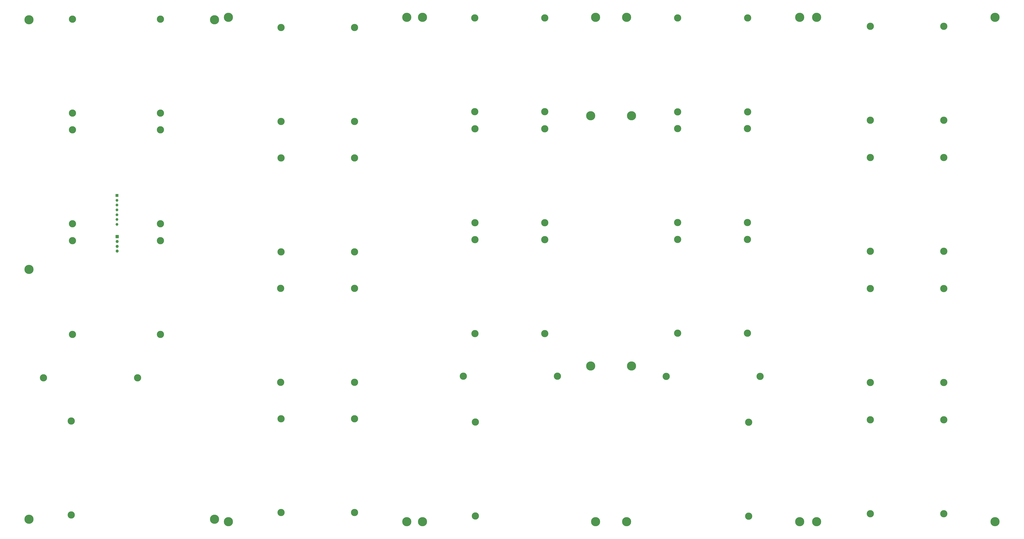
<source format=gbs>
%TF.GenerationSoftware,KiCad,Pcbnew,7.0.2-0*%
%TF.CreationDate,2024-05-08T22:34:26-07:00*%
%TF.ProjectId,FlexDeploySidePanels,466c6578-4465-4706-9c6f-795369646550,v3b*%
%TF.SameCoordinates,Original*%
%TF.FileFunction,Soldermask,Bot*%
%TF.FilePolarity,Negative*%
%FSLAX46Y46*%
G04 Gerber Fmt 4.6, Leading zero omitted, Abs format (unit mm)*
G04 Created by KiCad (PCBNEW 7.0.2-0) date 2024-05-08 22:34:26*
%MOMM*%
%LPD*%
G01*
G04 APERTURE LIST*
G04 Aperture macros list*
%AMRoundRect*
0 Rectangle with rounded corners*
0 $1 Rounding radius*
0 $2 $3 $4 $5 $6 $7 $8 $9 X,Y pos of 4 corners*
0 Add a 4 corners polygon primitive as box body*
4,1,4,$2,$3,$4,$5,$6,$7,$8,$9,$2,$3,0*
0 Add four circle primitives for the rounded corners*
1,1,$1+$1,$2,$3*
1,1,$1+$1,$4,$5*
1,1,$1+$1,$6,$7*
1,1,$1+$1,$8,$9*
0 Add four rect primitives between the rounded corners*
20,1,$1+$1,$2,$3,$4,$5,0*
20,1,$1+$1,$4,$5,$6,$7,0*
20,1,$1+$1,$6,$7,$8,$9,0*
20,1,$1+$1,$8,$9,$2,$3,0*%
G04 Aperture macros list end*
%ADD10C,3.000000*%
%ADD11R,1.150000X1.150000*%
%ADD12C,1.150000*%
%ADD13C,2.600000*%
%ADD14C,3.800000*%
%ADD15RoundRect,0.076200X-0.575000X0.575000X-0.575000X-0.575000X0.575000X-0.575000X0.575000X0.575000X0*%
%ADD16C,1.302400*%
G04 APERTURE END LIST*
D10*
%TO.C,SC1*%
X471950000Y-308454797D03*
X471950000Y-269454797D03*
%TD*%
%TO.C,SC21*%
X306400000Y-141450000D03*
X306400000Y-102450000D03*
%TD*%
%TO.C,SC38*%
X147000000Y-141999000D03*
X147000000Y-102999000D03*
%TD*%
D11*
%TO.C,J1*%
X128950000Y-176249999D03*
D12*
X128950000Y-178250000D03*
X128950000Y-180249999D03*
X128950000Y-182250000D03*
X128950000Y-184249998D03*
X128950000Y-186249999D03*
X128950000Y-188249998D03*
%TD*%
D10*
%TO.C,SC18*%
X277450000Y-194650000D03*
X277450000Y-233650000D03*
%TD*%
%TO.C,SC13*%
X390600000Y-141500000D03*
X390600000Y-102500000D03*
%TD*%
D13*
%TO.C,H18*%
X169450000Y-103250000D03*
D14*
X169450000Y-103250000D03*
%TD*%
D10*
%TO.C,SC17*%
X272650000Y-251300000D03*
X311650000Y-251300000D03*
%TD*%
%TO.C,SC11*%
X361500000Y-148500000D03*
X361500000Y-187500000D03*
%TD*%
%TO.C,SC25*%
X197000000Y-269000000D03*
X197000000Y-308000000D03*
%TD*%
D13*
%TO.C,H21*%
X92450000Y-310750000D03*
D14*
X92450000Y-310750000D03*
%TD*%
D10*
%TO.C,SC34*%
X98500000Y-252000000D03*
X137500000Y-252000000D03*
%TD*%
D13*
%TO.C,H8*%
X340400000Y-311750000D03*
D14*
X340400000Y-311750000D03*
%TD*%
D10*
%TO.C,SC20*%
X277400000Y-102450000D03*
X277400000Y-141450000D03*
%TD*%
%TO.C,SC6*%
X441450000Y-160454797D03*
X441450000Y-199454797D03*
%TD*%
%TO.C,SC10*%
X361500000Y-194500000D03*
X361500000Y-233500000D03*
%TD*%
D13*
%TO.C,H1*%
X493200000Y-311750000D03*
D14*
X493200000Y-311750000D03*
%TD*%
D10*
%TO.C,SC30*%
X227500000Y-199666666D03*
X227500000Y-160666666D03*
%TD*%
D13*
%TO.C,H9*%
X327500000Y-311750000D03*
D14*
X327500000Y-311750000D03*
%TD*%
D13*
%TO.C,H5*%
X412200000Y-311750000D03*
D14*
X412200000Y-311750000D03*
%TD*%
D13*
%TO.C,H7*%
X340400000Y-102250000D03*
D14*
X340400000Y-102250000D03*
%TD*%
D13*
%TO.C,H24*%
X342400000Y-247100000D03*
D14*
X342400000Y-247100000D03*
%TD*%
D10*
%TO.C,SC16*%
X391000000Y-309510000D03*
X391000000Y-270510000D03*
%TD*%
D13*
%TO.C,H16*%
X175200000Y-311750000D03*
D14*
X175200000Y-311750000D03*
%TD*%
D10*
%TO.C,SC9*%
X395750000Y-251460000D03*
X356750000Y-251460000D03*
%TD*%
D13*
%TO.C,H14*%
X249200000Y-102250000D03*
D14*
X249200000Y-102250000D03*
%TD*%
D10*
%TO.C,SC26*%
X196850000Y-214833332D03*
X196850000Y-253833332D03*
%TD*%
D13*
%TO.C,H6*%
X412200000Y-102250000D03*
D14*
X412200000Y-102250000D03*
%TD*%
D13*
%TO.C,H22*%
X342400000Y-143100000D03*
D14*
X342400000Y-143100000D03*
%TD*%
D13*
%TO.C,H13*%
X249200000Y-311750000D03*
D14*
X249200000Y-311750000D03*
%TD*%
D13*
%TO.C,H19*%
X92456000Y-103251000D03*
D14*
X92456000Y-103251000D03*
%TD*%
D10*
%TO.C,SC7*%
X441450000Y-214954797D03*
X441450000Y-253954797D03*
%TD*%
D13*
%TO.C,H25*%
X325500000Y-247100000D03*
D14*
X325500000Y-247100000D03*
%TD*%
D10*
%TO.C,SC14*%
X390500000Y-187500000D03*
X390500000Y-148500000D03*
%TD*%
D15*
%TO.C,J4*%
X129000000Y-193375000D03*
D16*
X129000000Y-195375000D03*
X129000000Y-197375000D03*
X129000000Y-199375000D03*
%TD*%
D13*
%TO.C,H4*%
X419220000Y-311750000D03*
D14*
X419220000Y-311750000D03*
%TD*%
D10*
%TO.C,SC37*%
X110500000Y-103000000D03*
X110500000Y-142000000D03*
%TD*%
%TO.C,SC39*%
X147000000Y-188000000D03*
X147000000Y-149000000D03*
%TD*%
%TO.C,SC35*%
X110500000Y-195000000D03*
X110500000Y-234000000D03*
%TD*%
D13*
%TO.C,H23*%
X325500000Y-143100000D03*
D14*
X325500000Y-143100000D03*
%TD*%
D10*
%TO.C,SC15*%
X390500000Y-233500000D03*
X390500000Y-194500000D03*
%TD*%
%TO.C,SC28*%
X197000000Y-106500000D03*
X197000000Y-145500000D03*
%TD*%
%TO.C,SC3*%
X471950000Y-199454797D03*
X471950000Y-160454797D03*
%TD*%
%TO.C,SC32*%
X227500000Y-308000000D03*
X227500000Y-269000000D03*
%TD*%
D13*
%TO.C,H15*%
X175200000Y-102250000D03*
D14*
X175200000Y-102250000D03*
%TD*%
D10*
%TO.C,SC31*%
X227500000Y-253833332D03*
X227500000Y-214833332D03*
%TD*%
%TO.C,SC5*%
X441450000Y-105954797D03*
X441450000Y-144954797D03*
%TD*%
D13*
%TO.C,H12*%
X255700000Y-311750000D03*
D14*
X255700000Y-311750000D03*
%TD*%
D10*
%TO.C,SC19*%
X277450000Y-148550000D03*
X277450000Y-187550000D03*
%TD*%
%TO.C,SC22*%
X306450000Y-187550000D03*
X306450000Y-148550000D03*
%TD*%
D13*
%TO.C,H17*%
X169450000Y-310769000D03*
D14*
X169450000Y-310769000D03*
%TD*%
D10*
%TO.C,SC12*%
X361500000Y-102500000D03*
X361500000Y-141500000D03*
%TD*%
D13*
%TO.C,H3*%
X419200000Y-102250000D03*
D14*
X419200000Y-102250000D03*
%TD*%
D10*
%TO.C,SC8*%
X441450000Y-269454797D03*
X441450000Y-308454797D03*
%TD*%
D13*
%TO.C,H2*%
X493200000Y-102250000D03*
D14*
X493200000Y-102250000D03*
%TD*%
D10*
%TO.C,SC33*%
X110000000Y-270000000D03*
X110000000Y-309000000D03*
%TD*%
%TO.C,SC24*%
X277600000Y-309400000D03*
X277600000Y-270400000D03*
%TD*%
%TO.C,SC4*%
X471950000Y-144954797D03*
X471950000Y-105954797D03*
%TD*%
%TO.C,SC36*%
X110500000Y-149000000D03*
X110500000Y-188000000D03*
%TD*%
D13*
%TO.C,H11*%
X255700000Y-102250000D03*
D14*
X255700000Y-102250000D03*
%TD*%
D13*
%TO.C,H10*%
X327500000Y-102250000D03*
D14*
X327500000Y-102250000D03*
%TD*%
D10*
%TO.C,SC23*%
X306450000Y-233650000D03*
X306450000Y-194650000D03*
%TD*%
%TO.C,SC2*%
X471950000Y-253954797D03*
X471950000Y-214954797D03*
%TD*%
%TO.C,SC40*%
X147000000Y-234000000D03*
X147000000Y-195000000D03*
%TD*%
%TO.C,SC27*%
X197000000Y-160666666D03*
X197000000Y-199666666D03*
%TD*%
D13*
%TO.C,H20*%
X92450000Y-207000000D03*
D14*
X92450000Y-207000000D03*
%TD*%
D10*
%TO.C,SC29*%
X227500000Y-145500000D03*
X227500000Y-106500000D03*
%TD*%
M02*

</source>
